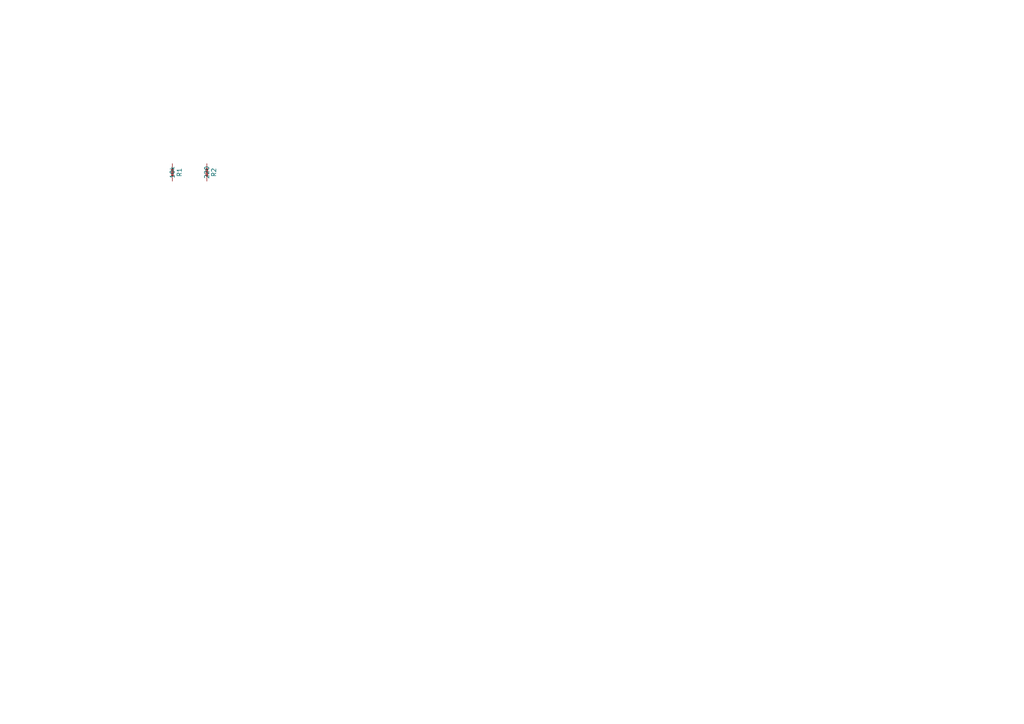
<source format=kicad_sch>
(kicad_sch (version 20211014) (generator "TextToPCB_AI")
  (paper "A4")
  (lib_symbols
    (symbol "Device:R" (pin_numbers hide) (pin_names (offset 0))
      (property "Reference" "R" (at 2.032 0 90))
      (property "Value" "R" (at 0 0 90))
      (symbol "R_0_1"
        (rectangle (start -0.1905 -1.016) (end 0.1905 1.016) (stroke (width 0.254)))
      )
      (symbol "R_1_1"
        (pin passive line (at 0 2.54 270) (length 1.524) (name "~") (number "1"))
        (pin passive line (at 0 -2.54 90) (length 1.524) (name "~") (number "2"))
      )
    )
  )
  (symbol (lib_id "Device:R") (at 50 50 0) (unit 1)
    (property "Reference" "R1" (at 52.032 50 90))
    (property "Value" "10k" (at 50 50 90))
  )
  (symbol (lib_id "Device:R") (at 60 50 0) (unit 1)
    (property "Reference" "R2" (at 62.032 50 90))
    (property "Value" "220" (at 60 50 90))
  )
)
</source>
